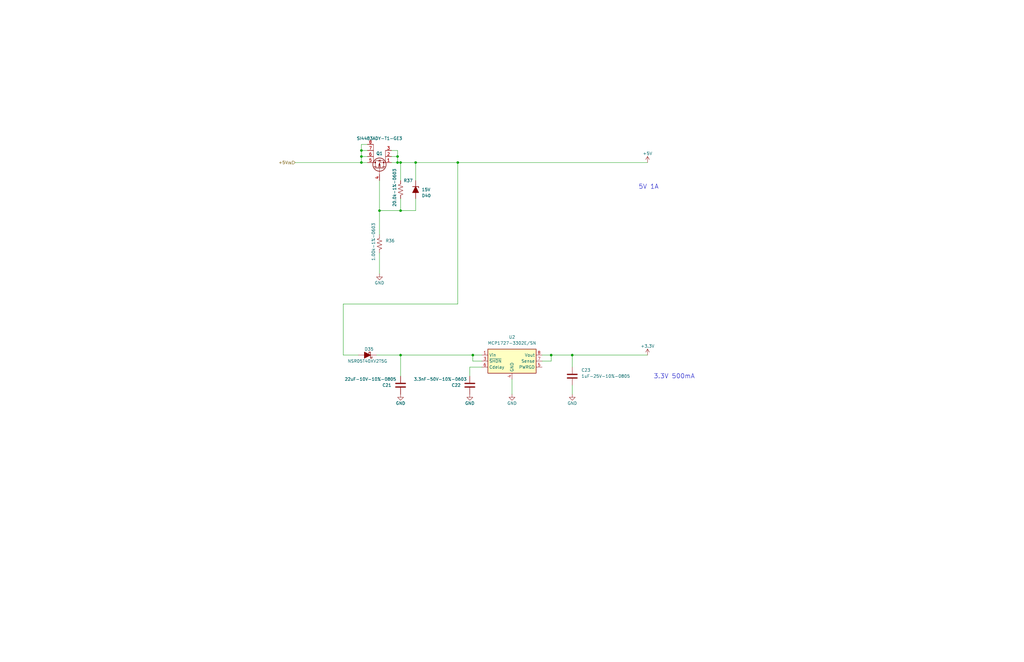
<source format=kicad_sch>
(kicad_sch (version 20231120) (generator "eeschema") (generator_version "8.0")
  (paper "B")
  (title_block (title "Button Board 2") (date "2022-12-11") (rev "1") (company "971 Spartan Robotics"))
  (lib_symbols
    (symbol "Device:C" (pin_numbers hide) (pin_names (offset 0.254))
      (property "Reference" "C" (at 0.635 2.54 0))
      (property "Value" "C" (at 0.635 -2.54 0))
      (symbol "C_0_1"
        (polyline (pts (xy -2.032 -0.762) (xy 2.032 -0.762)) (stroke (width 0.508)))
        (polyline (pts (xy -2.032 0.762) (xy 2.032 0.762)) (stroke (width 0.508)))
      )
      (symbol "C_1_1"
        (pin passive line (at 0 3.81 270) (length 2.794) (name "~") (number "1"))
        (pin passive line (at 0 -3.81 90) (length 2.794) (name "~") (number "2"))
      )
    )
    (symbol "Device:D_Schottky" (pin_numbers hide) (pin_names (offset 1.016) hide)
      (property "Reference" "D4" (at 2.54 0.9526 0))
      (property "Value" "NSR05T40XV2T5G" (at -2.54 5.08 0))
      (symbol "D_Schottky_0_1"
        (polyline (pts (xy 1.27 0) (xy -1.27 0)))
        (polyline (pts (xy 1.27 1.27) (xy 1.27 -1.27) (xy -1.27 0) (xy 1.27 1.27)) (stroke (width 0.254)) (fill (type outline)))
        (polyline (pts (xy -1.905 0.635) (xy -1.905 1.27) (xy -1.27 1.27) (xy -1.27 -1.27) (xy -0.635 -1.27) (xy -0.635 -0.635)) (stroke (width 0.254)))
      )
      (symbol "D_Schottky_1_1"
        (pin passive line (at -3.81 0 0) (length 2.54) (name "K") (number "1"))
        (pin passive line (at 3.81 0 180) (length 2.54) (name "A") (number "2"))
      )
    )
    (symbol "Device:D_Zener" (pin_numbers hide) (pin_names (offset 1.016) hide)
      (property "Reference" "D1" (at 2.54 0 90))
      (property "Value" "15V" (at 0 2.54 90))
      (symbol "D_Zener_0_1"
        (polyline (pts (xy 1.27 0) (xy -1.27 0)))
        (polyline (pts (xy -1.27 -1.27) (xy -1.27 1.27) (xy -0.762 1.27)) (stroke (width 0.254)))
        (polyline (pts (xy 1.27 -1.27) (xy 1.27 1.27) (xy -1.27 0) (xy 1.27 -1.27)) (stroke (width 0.254)) (fill (type outline)))
      )
      (symbol "D_Zener_1_1"
        (pin passive line (at -3.81 0 0) (length 2.54) (name "K") (number "1"))
        (pin passive line (at 3.81 0 180) (length 2.54) (name "A") (number "2"))
      )
    )
    (symbol "Device:Q_PMOS_SGD" (pin_names (offset 0) hide)
      (property "Reference" "Q?" (at 0 10.16 90))
      (property "Value" "Q_PMOS_SGD" (at 0 7.62 90))
      (symbol "Q_PMOS_SGD_0_1"
        (polyline (pts (xy 0.254 0) (xy -2.54 0)))
        (polyline (pts (xy 0.254 1.905) (xy 0.254 -1.905)) (stroke (width 0.254)))
        (polyline (pts (xy 0.762 -1.27) (xy 0.762 -2.286)) (stroke (width 0.254)))
        (polyline (pts (xy 0.762 0.508) (xy 0.762 -0.508)) (stroke (width 0.254)))
        (polyline (pts (xy 0.762 2.286) (xy 0.762 1.27)) (stroke (width 0.254)))
        (polyline (pts (xy 2.54 2.54) (xy 2.54 1.778)))
        (polyline (pts (xy 2.54 2.54) (xy 10.16 2.54)))
        (polyline (pts (xy 7.62 -2.54) (xy 2.54 -2.54)))
        (polyline (pts (xy 2.54 -2.54) (xy 2.54 0) (xy 0.762 0)))
        (polyline (pts (xy 0.762 1.778) (xy 3.302 1.778) (xy 3.302 -1.778) (xy 0.762 -1.778)))
        (polyline (pts (xy 2.286 0) (xy 1.27 0.381) (xy 1.27 -0.381) (xy 2.286 0)) (fill (type outline)))
        (polyline (pts (xy 2.794 -0.508) (xy 2.921 -0.381) (xy 3.683 -0.381) (xy 3.81 -0.254)))
        (polyline (pts (xy 3.302 -0.381) (xy 2.921 0.254) (xy 3.683 0.254) (xy 3.302 -0.381)))
        (circle (center 1.651 0) (radius 2.794) (stroke (width 0.254)))
        (circle (center 2.54 -1.778) (radius 0.254) (fill (type outline)))
        (circle (center 2.54 1.778) (radius 0.254) (fill (type outline)))
      )
      (symbol "Q_PMOS_SGD_1_1"
        (pin passive line (at 2.54 -5.08 90) (length 2.54) (name "S") (number "1"))
        (pin passive line (at 5.08 -5.08 90) (length 2.54) (name "S") (number "2"))
        (pin passive line (at 7.62 -5.08 90) (length 2.54) (name "S") (number "3"))
        (pin input line (at -5.08 0 0) (length 2.54) (name "G") (number "4"))
        (pin passive line (at 2.54 5.08 270) (length 2.54) (name "D") (number "5"))
        (pin passive line (at 5.08 5.08 270) (length 2.54) (name "D") (number "6"))
        (pin passive line (at 7.62 5.08 270) (length 2.54) (name "D") (number "7"))
        (pin passive line (at 10.16 5.08 270) (length 2.54) (name "D") (number "8"))
      )
    )
    (symbol "Device:R_US" (pin_numbers hide) (pin_names (offset 0))
      (property "Reference" "R" (at 2.54 0 90))
      (property "Value" "R_US" (at -2.54 0 90))
      (symbol "R_US_0_1"
        (polyline (pts (xy 0 -2.286) (xy 0 -2.54)))
        (polyline (pts (xy 0 2.286) (xy 0 2.54)))
        (polyline (pts (xy 0 -0.762) (xy 1.016 -1.143) (xy 0 -1.524) (xy -1.016 -1.905) (xy 0 -2.286)))
        (polyline (pts (xy 0 0.762) (xy 1.016 0.381) (xy 0 0) (xy -1.016 -0.381) (xy 0 -0.762)))
        (polyline (pts (xy 0 2.286) (xy 1.016 1.905) (xy 0 1.524) (xy -1.016 1.143) (xy 0 0.762)))
      )
      (symbol "R_US_1_1"
        (pin passive line (at 0 3.81 270) (length 1.27) (name "~") (number "1"))
        (pin passive line (at 0 -3.81 90) (length 1.27) (name "~") (number "2"))
      )
    )
    (symbol "Regulator_Linear:MCP1727-3302xSN"
      (property "Reference" "U" (at -7.62 8.89 0))
      (property "Value" "MCP1727-3302xSN" (at 11.43 8.89 0))
      (symbol "MCP1727-3302xSN_0_0"
        (pin open_collector line (at 12.7 -2.54 180) (length 2.54) (name "PWRGD") (number "5"))
        (pin input line (at -12.7 -2.54 0) (length 2.54) (name "Cdelay") (number "6"))
        (pin input line (at 12.7 0 180) (length 2.54) (name "Sense") (number "7"))
        (pin power_out line (at 12.7 2.54 180) (length 2.54) (name "Vout") (number "8"))
      )
      (symbol "MCP1727-3302xSN_0_1"
        (rectangle (start -10.16 5.08) (end 10.16 -5.08) (stroke (width 0.254)) (fill (type background)))
      )
      (symbol "MCP1727-3302xSN_1_1"
        (pin power_in line (at -12.7 2.54 0) (length 2.54) (name "Vin") (number "1"))
        (pin passive line (at -12.7 2.54 0) (length 2.54) hide (name "Vin") (number "2"))
        (pin input line (at -12.7 0 0) (length 2.54) (name "~{SHDN}") (number "3"))
        (pin power_in line (at 0 -7.62 90) (length 2.54) (name "GND") (number "4"))
      )
    )
    (symbol "power:+3.3V" (power) (pin_names (offset 0))
      (property "Value" "+3.3V" (at 0 3.556 0))
      (symbol "+3.3V_0_1"
        (polyline (pts (xy -0.762 1.27) (xy 0 2.54)))
        (polyline (pts (xy 0 0) (xy 0 2.54)))
        (polyline (pts (xy 0 2.54) (xy 0.762 1.27)))
      )
      (symbol "+3.3V_1_1"
        (pin power_in line (at 0 0 90) (length 0) hide (name "+3.3V") (number "1"))
      )
    )
    (symbol "power:+5V" (power) (pin_names (offset 0))
      (property "Value" "+5V" (at 0 3.556 0))
      (symbol "+5V_0_1"
        (polyline (pts (xy -0.762 1.27) (xy 0 2.54)))
        (polyline (pts (xy 0 0) (xy 0 2.54)))
        (polyline (pts (xy 0 2.54) (xy 0.762 1.27)))
      )
      (symbol "+5V_1_1"
        (pin power_in line (at 0 0 90) (length 0) hide (name "+5V") (number "1"))
      )
    )
    (symbol "power:GND" (power) (pin_names (offset 0))
      (property "Value" "GND" (at 0 -3.81 0))
      (symbol "GND_0_1"
        (polyline (pts (xy 0 0) (xy 0 -1.27) (xy 1.27 -1.27) (xy 0 -2.54) (xy -1.27 -1.27) (xy 0 -1.27)))
      )
      (symbol "GND_1_1"
        (pin power_in line (at 0 0 270) (length 0) hide (name "GND") (number "1"))
      )
    )
  )
  (junction (at 175.26 68.58))
  (junction (at 168.91 149.86))
  (junction (at 160.02 88.9))
  (junction (at 199.39 149.86))
  (junction (at 152.4 68.58))
  (junction (at 241.3 149.86))
  (junction (at 232.41 149.86))
  (junction (at 168.91 88.9))
  (junction (at 167.64 66.04))
  (junction (at 193.04 68.58))
  (junction (at 152.4 66.04))
  (junction (at 167.64 68.58))
  (junction (at 168.91 68.58))
  (junction (at 152.4 63.5))
  (wire (pts (xy 215.9 166.37) (xy 215.9 160.02)))
  (wire (pts (xy 168.91 68.58) (xy 168.91 76.2)))
  (wire (pts (xy 165.1 68.58) (xy 167.64 68.58)))
  (wire (pts (xy 151.13 149.86) (xy 144.78 149.86)))
  (wire (pts (xy 168.91 68.58) (xy 175.26 68.58)))
  (wire (pts (xy 193.04 68.58) (xy 273.05 68.58)))
  (wire (pts (xy 152.4 63.5) (xy 154.94 63.5)))
  (wire (pts (xy 232.41 152.4) (xy 232.41 149.86)))
  (wire (pts (xy 228.6 149.86) (xy 232.41 149.86)))
  (wire (pts (xy 167.64 63.5) (xy 167.64 66.04)))
  (wire (pts (xy 168.91 149.86) (xy 199.39 149.86)))
  (wire (pts (xy 168.91 83.82) (xy 168.91 88.9)))
  (wire (pts (xy 175.26 83.82) (xy 175.26 88.9)))
  (wire (pts (xy 165.1 66.04) (xy 167.64 66.04)))
  (wire (pts (xy 152.4 60.96) (xy 152.4 63.5)))
  (wire (pts (xy 175.26 88.9) (xy 168.91 88.9)))
  (wire (pts (xy 175.26 68.58) (xy 193.04 68.58)))
  (wire (pts (xy 203.2 154.94) (xy 198.12 154.94)))
  (wire (pts (xy 241.3 149.86) (xy 241.3 154.94)))
  (wire (pts (xy 232.41 149.86) (xy 241.3 149.86)))
  (wire (pts (xy 168.91 149.86) (xy 168.91 158.75)))
  (wire (pts (xy 160.02 106.68) (xy 160.02 115.57)))
  (wire (pts (xy 241.3 149.86) (xy 273.05 149.86)))
  (wire (pts (xy 241.3 162.56) (xy 241.3 166.37)))
  (wire (pts (xy 168.91 88.9) (xy 160.02 88.9)))
  (wire (pts (xy 124.46 68.58) (xy 152.4 68.58)))
  (wire (pts (xy 165.1 63.5) (xy 167.64 63.5)))
  (wire (pts (xy 193.04 128.27) (xy 193.04 68.58)))
  (wire (pts (xy 199.39 149.86) (xy 203.2 149.86)))
  (wire (pts (xy 199.39 152.4) (xy 199.39 149.86)))
  (wire (pts (xy 160.02 76.2) (xy 160.02 88.9)))
  (wire (pts (xy 154.94 60.96) (xy 152.4 60.96)))
  (wire (pts (xy 203.2 152.4) (xy 199.39 152.4)))
  (wire (pts (xy 198.12 154.94) (xy 198.12 158.75)))
  (wire (pts (xy 144.78 149.86) (xy 144.78 128.27)))
  (wire (pts (xy 167.64 66.04) (xy 167.64 68.58)))
  (wire (pts (xy 158.75 149.86) (xy 168.91 149.86)))
  (wire (pts (xy 152.4 66.04) (xy 154.94 66.04)))
  (wire (pts (xy 175.26 68.58) (xy 175.26 76.2)))
  (wire (pts (xy 152.4 68.58) (xy 154.94 68.58)))
  (wire (pts (xy 228.6 152.4) (xy 232.41 152.4)))
  (wire (pts (xy 152.4 66.04) (xy 152.4 68.58)))
  (wire (pts (xy 160.02 88.9) (xy 160.02 99.06)))
  (wire (pts (xy 167.64 68.58) (xy 168.91 68.58)))
  (wire (pts (xy 152.4 63.5) (xy 152.4 66.04)))
  (wire (pts (xy 144.78 128.27) (xy 193.04 128.27)))
  (text "3.3V 500mA" (at 275.59 160.02 0) (effects (font (size 1.905 1.905)) (justify left bottom)))
  (text "5V 1A" (at 269.24 80.01 0) (effects (font (size 1.905 1.905)) (justify left bottom)))
  (hierarchical_label "+5V_{IN}" (shape input) (at 124.46 68.58 180))
  (symbol (lib_id "Device:C") (at 168.91 162.56 0) (mirror y) (unit 1)
    (property "Reference" "C21" (at 165.1 162.56 0) (effects (justify left)))
    (property "Value" "22uF-10V-10%-0805" (at 156.21 160.02 0))
    (property "Footprint" "Capacitor_SMD:C_0805_2012Metric" (effects (hide yes)))
    (property "MFG" "Samsung Electro-Mechanics" (effects (hide yes)))
    (property "MFG P/N" "CL21A226KPCLRNC" (effects (hide yes)))
    (property "DIST" "Digikey" (effects (hide yes)))
    (property "DIST P/N" "1276-6786-1-ND" (effects (hide yes)))
  )
  (symbol (lib_id "Device:D_Zener") (at 175.26 80.01 270) (unit 1)
    (property "Reference" "D40" (at 177.8 82.55 90) (effects (justify left)))
    (property "Value" "15V" (at 177.8 80.01 90) (effects (justify left)))
    (property "Footprint" "Diode_SMD:D_SOD-123F" (effects (hide yes)))
    (property "MFG" "Nexperia" (effects (hide yes)))
    (property "MFG P/N" "BZT52H-C15,115" (effects (hide yes)))
    (property "DIST" "Digikey" (effects (hide yes)))
    (property "DIST P/N" "1727-3593-1-ND" (effects (hide yes)))
  )
  (symbol (lib_id "power:GND") (at 168.91 166.37 0) (mirror y) (unit 1)
    (property "Reference" "#PWR0103" (effects (hide yes)))
    (property "Value" "GND" (at 168.91 170.18 0))
  )
  (symbol (lib_id "Device:Q_PMOS_SGD") (at 160.02 71.12 90) (unit 1)
    (property "Reference" "Q1" (at 160.02 64.77 90))
    (property "Value" "SI4483ADY-T1-GE3" (at 160.02 58.42 90))
    (property "Footprint" "Package_SO:SOIC-8_3.9x4.9mm_P1.27mm" (effects (hide yes)))
    (property "Datasheet" "https://www.vishay.com/docs/68982/si4483ad.pdf" (effects (hide yes)))
    (property "MFG" "Vishay" (effects (hide yes)))
    (property "MFG P/N" "SI4483ADY-T1-GE3" (effects (hide yes)))
    (property "DIST" "Digikey" (effects (hide yes)))
    (property "DIST P/N" "SI4483ADY-T1-GE3CT-ND" (effects (hide yes)))
  )
  (symbol (lib_id "Device:C") (at 198.12 162.56 0) (unit 1)
    (property "Reference" "C22" (at 194.31 162.56 0) (effects (justify right)))
    (property "Value" "3.3nF-50V-10%-0603" (at 196.85 160.02 0) (effects (justify right)))
    (property "Footprint" "Capacitor_SMD:C_0603_1608Metric" (effects (hide yes)))
    (property "MFG" "Samsung Electro-Mechanics" (effects (hide yes)))
    (property "MFG P/N" "CL10B332KB8NNNC" (effects (hide yes)))
    (property "DIST" "Digikey" (effects (hide yes)))
    (property "DIST P/N" "1276-1758-1-ND" (effects (hide yes)))
  )
  (symbol (lib_id "Device:R_US") (at 168.91 80.01 0) (mirror x) (unit 1)
    (property "Reference" "R37" (at 170.18 76.2 0) (effects (justify left)))
    (property "Value" "20.0k-1%-0603" (at 166.37 71.12 90) (effects (justify left)))
    (property "Footprint" "Resistor_SMD:R_0603_1608Metric" (effects (hide yes)))
    (property "MFG" "YAGEO" (effects (hide yes)))
    (property "MFG P/N" "RC0603FR-0720KL" (effects (hide yes)))
    (property "DIST" "Digikey" (effects (hide yes)))
    (property "DIST P/N" "311-20.0KHRCT-ND" (effects (hide yes)))
  )
  (symbol (lib_id "Device:D_Schottky") (at 154.94 149.86 180) (unit 1)
    (property "Reference" "D35" (at 153.67 147.32 0) (effects (justify right)))
    (property "Value" "NSR05T40XV2T5G" (at 154.94 152.4 0))
    (property "Footprint" "Diode_SMD:D_SOD-523" (effects (hide yes)))
    (property "MFG" "STMicroelectronics" (effects (hide yes)))
    (property "MFG P/N" "BAT54KFILM" (effects (hide yes)))
    (property "DIST" "Digikey" (effects (hide yes)))
    (property "DIST P/N" "497-5561-1-ND" (effects (hide yes)))
  )
  (symbol (lib_id "Device:C") (at 241.3 158.75 0) (unit 1)
    (property "Reference" "C23" (at 245.11 156.21 0) (effects (justify left)))
    (property "Value" "1uF-25V-10%-0805" (at 245.11 158.75 0) (effects (justify left)))
    (property "Footprint" "Capacitor_SMD:C_0805_2012Metric" (effects (hide yes)))
    (property "MFG" "Samsung Electro-Mechanics" (effects (hide yes)))
    (property "MFG P/N" "CL21B105KAFNNNE" (effects (hide yes)))
    (property "DIST" "Digikey" (effects (hide yes)))
    (property "DIST P/N" "1276-1066-1-ND" (effects (hide yes)))
  )
  (symbol (lib_id "power:GND") (at 241.3 166.37 0) (mirror y) (unit 1)
    (property "Reference" "#PWR0109" (effects (hide yes)))
    (property "Value" "GND" (at 241.3 170.18 0))
  )
  (symbol (lib_id "Regulator_Linear:MCP1727-3302xSN") (at 215.9 152.4 0) (unit 1)
    (property "Reference" "U2" (at 215.9 142.24 0))
    (property "Value" "MCP1727-3302E/SN" (at 215.9 144.78 0))
    (property "Footprint" "Package_SO:SOIC-8_3.9x4.9mm_P1.27mm" (effects (hide yes)))
    (property "Datasheet" "https://ww1.microchip.com/downloads/aemtest/APID/ProductDocuments/DataSheets/MCP1727-1.5A-Low-Voltage-Low-Quiescent-Current-LDO-Regulator-20001999D.pdf" (effects (hide yes)))
    (property "MFG" "Microchip" (effects (hide yes)))
    (property "MFG P/N" "MCP1727-3302E/SN" (effects (hide yes)))
    (property "DIST" "Digikey" (effects (hide yes)))
    (property "DIST P/N" "MCP1727-3302E/SN-ND" (effects (hide yes)))
  )
  (symbol (lib_id "Device:R_US") (at 160.02 102.87 0) (mirror x) (unit 1)
    (property "Reference" "R36" (at 162.56 101.6 0) (effects (justify left)))
    (property "Value" "1.00k-1%-0603" (at 157.48 93.98 90) (effects (justify left)))
    (property "Footprint" "Resistor_SMD:R_0603_1608Metric" (effects (hide yes)))
    (property "MFG" "Stackpole Electronics Inc" (effects (hide yes)))
    (property "MFG P/N" "RNCP0603FTD1K00" (effects (hide yes)))
    (property "DIST" "Digikey" (effects (hide yes)))
    (property "DIST P/N" "RNCP0603FTD1K00CT-ND" (effects (hide yes)))
  )
  (symbol (lib_id "power:GND") (at 215.9 166.37 0) (mirror y) (unit 1)
    (property "Reference" "#PWR0107" (effects (hide yes)))
    (property "Value" "GND" (at 215.9 170.18 0))
  )
  (symbol (lib_id "power:+5V") (at 273.05 68.58 0) (unit 1)
    (property "Reference" "#PWR0115" (effects (hide yes)))
    (property "Value" "+5V" (at 273.05 64.77 0))
  )
  (symbol (lib_id "power:+3.3V") (at 273.05 149.86 0) (unit 1)
    (property "Reference" "#PWR0111" (effects (hide yes)))
    (property "Value" "+3.3V" (at 273.05 146.05 0))
  )
  (symbol (lib_id "power:GND") (at 160.02 115.57 0) (mirror y) (unit 1)
    (property "Reference" "#PWR0102" (effects (hide yes)))
    (property "Value" "GND" (at 160.02 119.38 0))
  )
  (symbol (lib_id "power:GND") (at 198.12 166.37 0) (mirror y) (unit 1)
    (property "Reference" "#PWR0106" (effects (hide yes)))
    (property "Value" "GND" (at 198.12 170.18 0))
  )
)
</source>
